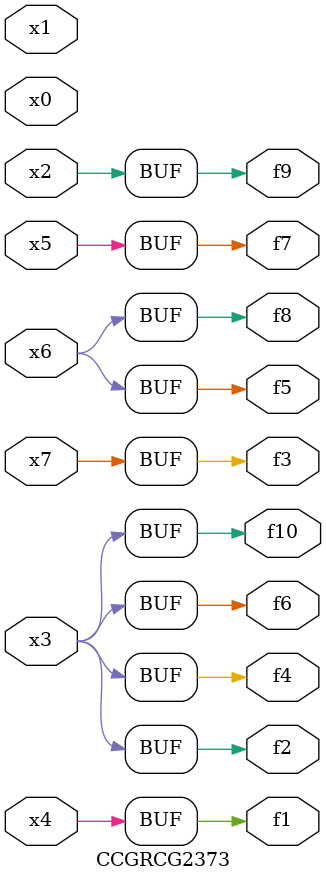
<source format=v>
module CCGRCG2373(
	input x0, x1, x2, x3, x4, x5, x6, x7,
	output f1, f2, f3, f4, f5, f6, f7, f8, f9, f10
);
	assign f1 = x4;
	assign f2 = x3;
	assign f3 = x7;
	assign f4 = x3;
	assign f5 = x6;
	assign f6 = x3;
	assign f7 = x5;
	assign f8 = x6;
	assign f9 = x2;
	assign f10 = x3;
endmodule

</source>
